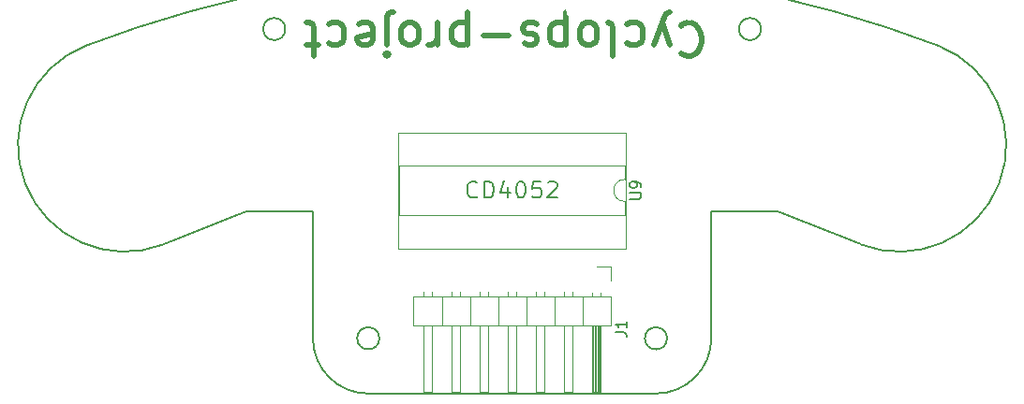
<source format=gto>
G04 #@! TF.GenerationSoftware,KiCad,Pcbnew,5.0.2-bee76a0~70~ubuntu18.04.1*
G04 #@! TF.CreationDate,2019-09-09T13:29:18+02:00*
G04 #@! TF.ProjectId,Sensors_board,53656e73-6f72-4735-9f62-6f6172642e6b,V2*
G04 #@! TF.SameCoordinates,PX4db9760PY4ead9a0*
G04 #@! TF.FileFunction,Legend,Top*
G04 #@! TF.FilePolarity,Positive*
%FSLAX46Y46*%
G04 Gerber Fmt 4.6, Leading zero omitted, Abs format (unit mm)*
G04 Created by KiCad (PCBNEW 5.0.2-bee76a0~70~ubuntu18.04.1) date lun 09 sep 2019 13:29:18 CEST*
%MOMM*%
%LPD*%
G01*
G04 APERTURE LIST*
%ADD10C,0.200000*%
%ADD11C,0.150000*%
%ADD12C,0.500000*%
%ADD13C,0.120000*%
%ADD14R,2.100000X2.100000*%
%ADD15O,2.100000X2.100000*%
%ADD16C,2.000000*%
%ADD17R,2.000000X2.000000*%
%ADD18O,2.000000X2.000000*%
%ADD19R,2.000000X2.800000*%
%ADD20O,2.000000X2.800000*%
G04 APERTURE END LIST*
D10*
X46857142Y17864286D02*
X46785714Y17792858D01*
X46571428Y17721429D01*
X46428571Y17721429D01*
X46214285Y17792858D01*
X46071428Y17935715D01*
X46000000Y18078572D01*
X45928571Y18364286D01*
X45928571Y18578572D01*
X46000000Y18864286D01*
X46071428Y19007143D01*
X46214285Y19150000D01*
X46428571Y19221429D01*
X46571428Y19221429D01*
X46785714Y19150000D01*
X46857142Y19078572D01*
X47500000Y17721429D02*
X47500000Y19221429D01*
X47857142Y19221429D01*
X48071428Y19150000D01*
X48214285Y19007143D01*
X48285714Y18864286D01*
X48357142Y18578572D01*
X48357142Y18364286D01*
X48285714Y18078572D01*
X48214285Y17935715D01*
X48071428Y17792858D01*
X47857142Y17721429D01*
X47500000Y17721429D01*
X49642857Y18721429D02*
X49642857Y17721429D01*
X49285714Y19292858D02*
X48928571Y18221429D01*
X49857142Y18221429D01*
X50714285Y19221429D02*
X50857142Y19221429D01*
X51000000Y19150000D01*
X51071428Y19078572D01*
X51142857Y18935715D01*
X51214285Y18650000D01*
X51214285Y18292858D01*
X51142857Y18007143D01*
X51071428Y17864286D01*
X51000000Y17792858D01*
X50857142Y17721429D01*
X50714285Y17721429D01*
X50571428Y17792858D01*
X50500000Y17864286D01*
X50428571Y18007143D01*
X50357142Y18292858D01*
X50357142Y18650000D01*
X50428571Y18935715D01*
X50500000Y19078572D01*
X50571428Y19150000D01*
X50714285Y19221429D01*
X52571428Y19221429D02*
X51857142Y19221429D01*
X51785714Y18507143D01*
X51857142Y18578572D01*
X52000000Y18650000D01*
X52357142Y18650000D01*
X52500000Y18578572D01*
X52571428Y18507143D01*
X52642857Y18364286D01*
X52642857Y18007143D01*
X52571428Y17864286D01*
X52500000Y17792858D01*
X52357142Y17721429D01*
X52000000Y17721429D01*
X51857142Y17792858D01*
X51785714Y17864286D01*
X53214285Y19078572D02*
X53285714Y19150000D01*
X53428571Y19221429D01*
X53785714Y19221429D01*
X53928571Y19150000D01*
X54000000Y19078572D01*
X54071428Y18935715D01*
X54071428Y18792858D01*
X54000000Y18578572D01*
X53142857Y17721429D01*
X54071428Y17721429D01*
D11*
X26000000Y16500000D02*
X18500000Y13500000D01*
X26000000Y16500000D02*
X32000000Y16500000D01*
X74000000Y16500000D02*
X68000000Y16500000D01*
X81500000Y13500000D02*
X74000000Y16500000D01*
X68000000Y16500000D02*
X68000000Y5000000D01*
X32000000Y16500000D02*
X32000000Y5000000D01*
X88500000Y31500001D02*
G75*
G03X11500000Y31500000I-38500000J-101000001D01*
G01*
D12*
X65257142Y33271429D02*
X65400000Y33414286D01*
X65828571Y33557143D01*
X66114285Y33557143D01*
X66542857Y33414286D01*
X66828571Y33128572D01*
X66971428Y32842858D01*
X67114285Y32271429D01*
X67114285Y31842858D01*
X66971428Y31271429D01*
X66828571Y30985715D01*
X66542857Y30700000D01*
X66114285Y30557143D01*
X65828571Y30557143D01*
X65400000Y30700000D01*
X65257142Y30842858D01*
X64257142Y31557143D02*
X63542857Y33557143D01*
X62828571Y31557143D02*
X63542857Y33557143D01*
X63828571Y34271429D01*
X63971428Y34414286D01*
X64257142Y34557143D01*
X60400000Y33414286D02*
X60685714Y33557143D01*
X61257142Y33557143D01*
X61542857Y33414286D01*
X61685714Y33271429D01*
X61828571Y32985715D01*
X61828571Y32128572D01*
X61685714Y31842858D01*
X61542857Y31700000D01*
X61257142Y31557143D01*
X60685714Y31557143D01*
X60400000Y31700000D01*
X58685714Y33557143D02*
X58971428Y33414286D01*
X59114285Y33128572D01*
X59114285Y30557143D01*
X57114285Y33557143D02*
X57400000Y33414286D01*
X57542857Y33271429D01*
X57685714Y32985715D01*
X57685714Y32128572D01*
X57542857Y31842858D01*
X57400000Y31700000D01*
X57114285Y31557143D01*
X56685714Y31557143D01*
X56400000Y31700000D01*
X56257142Y31842858D01*
X56114285Y32128572D01*
X56114285Y32985715D01*
X56257142Y33271429D01*
X56400000Y33414286D01*
X56685714Y33557143D01*
X57114285Y33557143D01*
X54828571Y31557143D02*
X54828571Y34557143D01*
X54828571Y31700000D02*
X54542857Y31557143D01*
X53971428Y31557143D01*
X53685714Y31700000D01*
X53542857Y31842858D01*
X53400000Y32128572D01*
X53400000Y32985715D01*
X53542857Y33271429D01*
X53685714Y33414286D01*
X53971428Y33557143D01*
X54542857Y33557143D01*
X54828571Y33414286D01*
X52257142Y33414286D02*
X51971428Y33557143D01*
X51400000Y33557143D01*
X51114285Y33414286D01*
X50971428Y33128572D01*
X50971428Y32985715D01*
X51114285Y32700000D01*
X51400000Y32557143D01*
X51828571Y32557143D01*
X52114285Y32414286D01*
X52257142Y32128572D01*
X52257142Y31985715D01*
X52114285Y31700000D01*
X51828571Y31557143D01*
X51400000Y31557143D01*
X51114285Y31700000D01*
X49685714Y32414286D02*
X47400000Y32414286D01*
X45971428Y31557143D02*
X45971428Y34557143D01*
X45971428Y31700000D02*
X45685714Y31557143D01*
X45114285Y31557143D01*
X44828571Y31700000D01*
X44685714Y31842858D01*
X44542857Y32128572D01*
X44542857Y32985715D01*
X44685714Y33271429D01*
X44828571Y33414286D01*
X45114285Y33557143D01*
X45685714Y33557143D01*
X45971428Y33414286D01*
X43257142Y33557143D02*
X43257142Y31557143D01*
X43257142Y32128572D02*
X43114285Y31842858D01*
X42971428Y31700000D01*
X42685714Y31557143D01*
X42400000Y31557143D01*
X40971428Y33557143D02*
X41257142Y33414286D01*
X41400000Y33271429D01*
X41542857Y32985715D01*
X41542857Y32128572D01*
X41400000Y31842858D01*
X41257142Y31700000D01*
X40971428Y31557143D01*
X40542857Y31557143D01*
X40257142Y31700000D01*
X40114285Y31842858D01*
X39971428Y32128572D01*
X39971428Y32985715D01*
X40114285Y33271429D01*
X40257142Y33414286D01*
X40542857Y33557143D01*
X40971428Y33557143D01*
X38685714Y31557143D02*
X38685714Y34128572D01*
X38828571Y34414286D01*
X39114285Y34557143D01*
X39257142Y34557143D01*
X38685714Y30557143D02*
X38828571Y30700000D01*
X38685714Y30842858D01*
X38542857Y30700000D01*
X38685714Y30557143D01*
X38685714Y30842858D01*
X36114285Y33414286D02*
X36400000Y33557143D01*
X36971428Y33557143D01*
X37257142Y33414286D01*
X37400000Y33128572D01*
X37400000Y31985715D01*
X37257142Y31700000D01*
X36971428Y31557143D01*
X36400000Y31557143D01*
X36114285Y31700000D01*
X35971428Y31985715D01*
X35971428Y32271429D01*
X37400000Y32557143D01*
X33400000Y33414286D02*
X33685714Y33557143D01*
X34257142Y33557143D01*
X34542857Y33414286D01*
X34685714Y33271429D01*
X34828571Y32985715D01*
X34828571Y32128572D01*
X34685714Y31842858D01*
X34542857Y31700000D01*
X34257142Y31557143D01*
X33685714Y31557143D01*
X33400000Y31700000D01*
X32542857Y31557143D02*
X31400000Y31557143D01*
X32114285Y30557143D02*
X32114285Y33128572D01*
X31971428Y33414286D01*
X31685714Y33557143D01*
X31400000Y33557143D01*
D11*
X32000000Y5000000D02*
G75*
G03X37000000Y0I5000000J0D01*
G01*
X68000000Y5000000D02*
G75*
G02X63000000Y0I-5000000J0D01*
G01*
X37000000Y0D02*
X63000000Y0D01*
X64000000Y5000000D02*
G75*
G03X64000000Y5000000I-1000000J0D01*
G01*
X38000000Y5000000D02*
G75*
G03X38000000Y5000000I-1000000J0D01*
G01*
X18500000Y13500000D02*
G75*
G02X11500000Y31500000I-3500000J9000000D01*
G01*
X81500001Y13500000D02*
G75*
G03X88500000Y31500000I3499999J9000000D01*
G01*
X72500000Y33000000D02*
G75*
G03X72500000Y33000000I-1000000J0D01*
G01*
X29500000Y33000000D02*
G75*
G03X29500000Y33000000I-1000000J0D01*
G01*
D13*
G04 #@! TO.C,J1*
X58950000Y8810000D02*
X41050000Y8810000D01*
X41050000Y8810000D02*
X41050000Y6150000D01*
X41050000Y6150000D02*
X58950000Y6150000D01*
X58950000Y6150000D02*
X58950000Y8810000D01*
X58000000Y6150000D02*
X58000000Y150000D01*
X58000000Y150000D02*
X57240000Y150000D01*
X57240000Y150000D02*
X57240000Y6150000D01*
X57940000Y6150000D02*
X57940000Y150000D01*
X57820000Y6150000D02*
X57820000Y150000D01*
X57700000Y6150000D02*
X57700000Y150000D01*
X57580000Y6150000D02*
X57580000Y150000D01*
X57460000Y6150000D02*
X57460000Y150000D01*
X57340000Y6150000D02*
X57340000Y150000D01*
X58000000Y9140000D02*
X58000000Y8810000D01*
X57240000Y9140000D02*
X57240000Y8810000D01*
X56350000Y8810000D02*
X56350000Y6150000D01*
X55460000Y6150000D02*
X55460000Y150000D01*
X55460000Y150000D02*
X54700000Y150000D01*
X54700000Y150000D02*
X54700000Y6150000D01*
X55460000Y9207071D02*
X55460000Y8810000D01*
X54700000Y9207071D02*
X54700000Y8810000D01*
X53810000Y8810000D02*
X53810000Y6150000D01*
X52920000Y6150000D02*
X52920000Y150000D01*
X52920000Y150000D02*
X52160000Y150000D01*
X52160000Y150000D02*
X52160000Y6150000D01*
X52920000Y9207071D02*
X52920000Y8810000D01*
X52160000Y9207071D02*
X52160000Y8810000D01*
X51270000Y8810000D02*
X51270000Y6150000D01*
X50380000Y6150000D02*
X50380000Y150000D01*
X50380000Y150000D02*
X49620000Y150000D01*
X49620000Y150000D02*
X49620000Y6150000D01*
X50380000Y9207071D02*
X50380000Y8810000D01*
X49620000Y9207071D02*
X49620000Y8810000D01*
X48730000Y8810000D02*
X48730000Y6150000D01*
X47840000Y6150000D02*
X47840000Y150000D01*
X47840000Y150000D02*
X47080000Y150000D01*
X47080000Y150000D02*
X47080000Y6150000D01*
X47840000Y9207071D02*
X47840000Y8810000D01*
X47080000Y9207071D02*
X47080000Y8810000D01*
X46190000Y8810000D02*
X46190000Y6150000D01*
X45300000Y6150000D02*
X45300000Y150000D01*
X45300000Y150000D02*
X44540000Y150000D01*
X44540000Y150000D02*
X44540000Y6150000D01*
X45300000Y9207071D02*
X45300000Y8810000D01*
X44540000Y9207071D02*
X44540000Y8810000D01*
X43650000Y8810000D02*
X43650000Y6150000D01*
X42760000Y6150000D02*
X42760000Y150000D01*
X42760000Y150000D02*
X42000000Y150000D01*
X42000000Y150000D02*
X42000000Y6150000D01*
X42760000Y9207071D02*
X42760000Y8810000D01*
X42000000Y9207071D02*
X42000000Y8810000D01*
X57620000Y11520000D02*
X58890000Y11520000D01*
X58890000Y11520000D02*
X58890000Y10250000D01*
G04 #@! TO.C,U9*
X60190000Y17390000D02*
G75*
G02X60190000Y19390000I0J1000000D01*
G01*
X60190000Y19390000D02*
X60190000Y20640000D01*
X60190000Y20640000D02*
X39750000Y20640000D01*
X39750000Y20640000D02*
X39750000Y16140000D01*
X39750000Y16140000D02*
X60190000Y16140000D01*
X60190000Y16140000D02*
X60190000Y17390000D01*
X60250000Y23640000D02*
X39690000Y23640000D01*
X39690000Y23640000D02*
X39690000Y13140000D01*
X39690000Y13140000D02*
X60250000Y13140000D01*
X60250000Y13140000D02*
X60250000Y23640000D01*
G04 #@! TD*
G04 #@! TO.C,J1*
D11*
X59342380Y5531667D02*
X60056666Y5531667D01*
X60199523Y5484048D01*
X60294761Y5388810D01*
X60342380Y5245953D01*
X60342380Y5150715D01*
X60342380Y6531667D02*
X60342380Y5960239D01*
X60342380Y6245953D02*
X59342380Y6245953D01*
X59485238Y6150715D01*
X59580476Y6055477D01*
X59628095Y5960239D01*
G04 #@! TO.C,U9*
X60642380Y17628096D02*
X61451904Y17628096D01*
X61547142Y17675715D01*
X61594761Y17723334D01*
X61642380Y17818572D01*
X61642380Y18009048D01*
X61594761Y18104286D01*
X61547142Y18151905D01*
X61451904Y18199524D01*
X60642380Y18199524D01*
X61642380Y18723334D02*
X61642380Y18913810D01*
X61594761Y19009048D01*
X61547142Y19056667D01*
X61404285Y19151905D01*
X61213809Y19199524D01*
X60832857Y19199524D01*
X60737619Y19151905D01*
X60690000Y19104286D01*
X60642380Y19009048D01*
X60642380Y18818572D01*
X60690000Y18723334D01*
X60737619Y18675715D01*
X60832857Y18628096D01*
X61070952Y18628096D01*
X61166190Y18675715D01*
X61213809Y18723334D01*
X61261428Y18818572D01*
X61261428Y19009048D01*
X61213809Y19104286D01*
X61166190Y19151905D01*
X61070952Y19199524D01*
G04 #@! TD*
%LPC*%
D14*
G04 #@! TO.C,J1*
X57620000Y10250000D03*
D15*
X55080000Y10250000D03*
X52540000Y10250000D03*
X50000000Y10250000D03*
X47460000Y10250000D03*
X44920000Y10250000D03*
X42380000Y10250000D03*
G04 #@! TD*
D16*
G04 #@! TO.C,U3*
X33730000Y26450000D03*
X36270000Y26450000D03*
X36270000Y29250000D03*
D17*
X33730000Y29250000D03*
G04 #@! TD*
D16*
G04 #@! TO.C,U6*
X63730000Y26450000D03*
X66270000Y26450000D03*
X66270000Y29250000D03*
D17*
X63730000Y29250000D03*
G04 #@! TD*
D16*
G04 #@! TO.C,R7*
X55840000Y34800000D03*
D18*
X66000000Y34800000D03*
G04 #@! TD*
D16*
G04 #@! TO.C,U5*
X53730000Y27500000D03*
X56270000Y27500000D03*
X56270000Y30300000D03*
D17*
X53730000Y30300000D03*
G04 #@! TD*
D16*
G04 #@! TO.C,U4*
X43700000Y27500000D03*
X46240000Y27500000D03*
X46240000Y30300000D03*
D17*
X43700000Y30300000D03*
G04 #@! TD*
D16*
G04 #@! TO.C,R4*
X34500000Y34800000D03*
D18*
X44660000Y34800000D03*
G04 #@! TD*
D16*
G04 #@! TO.C,U1*
X13730000Y21150000D03*
X16270000Y21150000D03*
X16270000Y23950000D03*
D17*
X13730000Y23950000D03*
G04 #@! TD*
D16*
G04 #@! TO.C,U2*
X23730000Y24370000D03*
X26270000Y24370000D03*
X26270000Y27170000D03*
D17*
X23730000Y27170000D03*
G04 #@! TD*
D16*
G04 #@! TO.C,R1*
X9640000Y28100000D03*
D18*
X19800000Y28100000D03*
G04 #@! TD*
D16*
G04 #@! TO.C,R8*
X62700000Y12500000D03*
D18*
X62700000Y22660000D03*
G04 #@! TD*
D16*
G04 #@! TO.C,R2*
X10100000Y16700000D03*
D18*
X20260000Y16700000D03*
G04 #@! TD*
D16*
G04 #@! TO.C,R3*
X20440000Y20200000D03*
D18*
X30600000Y20200000D03*
G04 #@! TD*
D16*
G04 #@! TO.C,R5*
X33900000Y12500000D03*
D18*
X33900000Y22660000D03*
G04 #@! TD*
D16*
G04 #@! TO.C,R6*
X37300000Y12500000D03*
D18*
X37300000Y22660000D03*
G04 #@! TD*
D16*
G04 #@! TO.C,R9*
X66100000Y12500000D03*
D18*
X66100000Y22660000D03*
G04 #@! TD*
D16*
G04 #@! TO.C,R10*
X80100000Y28100000D03*
D18*
X90260000Y28100000D03*
G04 #@! TD*
D16*
G04 #@! TO.C,R11*
X69300000Y20200000D03*
D18*
X79460000Y20200000D03*
G04 #@! TD*
D16*
G04 #@! TO.C,R12*
X79740000Y16800000D03*
D18*
X89900000Y16800000D03*
G04 #@! TD*
D16*
G04 #@! TO.C,U7*
X73730000Y24370000D03*
X76270000Y24370000D03*
X76270000Y27170000D03*
D17*
X73730000Y27170000D03*
G04 #@! TD*
D16*
G04 #@! TO.C,U8*
X83730000Y21150000D03*
X86270000Y21150000D03*
X86270000Y23950000D03*
D17*
X83730000Y23950000D03*
G04 #@! TD*
D19*
G04 #@! TO.C,U9*
X58860000Y22200000D03*
D20*
X41080000Y14580000D03*
X56320000Y22200000D03*
X43620000Y14580000D03*
X53780000Y22200000D03*
X46160000Y14580000D03*
X51240000Y22200000D03*
X48700000Y14580000D03*
X48700000Y22200000D03*
X51240000Y14580000D03*
X46160000Y22200000D03*
X53780000Y14580000D03*
X43620000Y22200000D03*
X56320000Y14580000D03*
X41080000Y22200000D03*
X58860000Y14580000D03*
G04 #@! TD*
M02*

</source>
